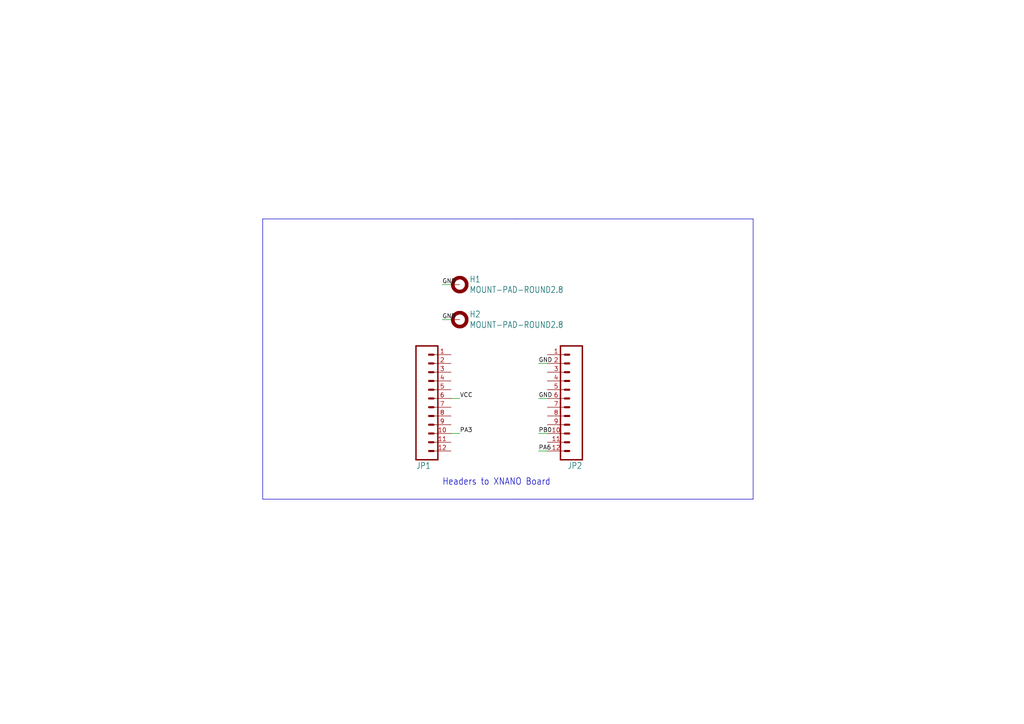
<source format=kicad_sch>
(kicad_sch (version 20230121) (generator eeschema)
  (paper "A4")
  (lib_symbols
    (symbol "ATtiny104XNANOaddon-eagle-import:M12NO_SILK"
      (property "Reference" "JP" (at 0 16.002 0))
      (symbol "M12NO_SILK_1_0"
        (polyline (pts (xy 0 15.24) (xy 0 -17.78)) (stroke (width 0.4064)))
        (polyline (pts (xy 0 15.24) (xy 6.35 15.24)) (stroke (width 0.4064)))
        (polyline (pts (xy 3.81 -15.24) (xy 5.08 -15.24)) (stroke (width 0.6096)))
        (polyline (pts (xy 3.81 -12.7) (xy 5.08 -12.7)) (stroke (width 0.6096)))
        (polyline (pts (xy 3.81 -10.16) (xy 5.08 -10.16)) (stroke (width 0.6096)))
        (polyline (pts (xy 3.81 -7.62) (xy 5.08 -7.62)) (stroke (width 0.6096)))
        (polyline (pts (xy 3.81 -5.08) (xy 5.08 -5.08)) (stroke (width 0.6096)))
        (polyline (pts (xy 3.81 -2.54) (xy 5.08 -2.54)) (stroke (width 0.6096)))
        (polyline (pts (xy 3.81 0) (xy 5.08 0)) (stroke (width 0.6096)))
        (polyline (pts (xy 3.81 2.54) (xy 5.08 2.54)) (stroke (width 0.6096)))
        (polyline (pts (xy 3.81 5.08) (xy 5.08 5.08)) (stroke (width 0.6096)))
        (polyline (pts (xy 3.81 7.62) (xy 5.08 7.62)) (stroke (width 0.6096)))
        (polyline (pts (xy 3.81 10.16) (xy 5.08 10.16)) (stroke (width 0.6096)))
        (polyline (pts (xy 3.81 12.7) (xy 5.08 12.7)) (stroke (width 0.6096)))
        (polyline (pts (xy 6.35 -17.78) (xy 0 -17.78)) (stroke (width 0.4064)))
        (polyline (pts (xy 6.35 -17.78) (xy 6.35 15.24)) (stroke (width 0.4064)))
        (pin passive line (at 10.16 -15.24 180) (length 5.08) (name "1") (number "1"))
        (pin passive line (at 10.16 7.62 180) (length 5.08) (name "10") (number "10"))
        (pin passive line (at 10.16 10.16 180) (length 5.08) (name "11") (number "11"))
        (pin passive line (at 10.16 12.7 180) (length 5.08) (name "12") (number "12"))
        (pin passive line (at 10.16 -12.7 180) (length 5.08) (name "2") (number "2"))
        (pin passive line (at 10.16 -10.16 180) (length 5.08) (name "3") (number "3"))
        (pin passive line (at 10.16 -7.62 180) (length 5.08) (name "4") (number "4"))
        (pin passive line (at 10.16 -5.08 180) (length 5.08) (name "5") (number "5"))
        (pin passive line (at 10.16 -2.54 180) (length 5.08) (name "6") (number "6"))
        (pin passive line (at 10.16 0 180) (length 5.08) (name "7") (number "7"))
        (pin passive line (at 10.16 2.54 180) (length 5.08) (name "8") (number "8"))
        (pin passive line (at 10.16 5.08 180) (length 5.08) (name "9") (number "9"))
      )
    )
    (symbol "ATtiny104XNANOaddon-eagle-import:MOUNT-PAD-ROUND2.8"
      (property "Reference" "H" (at 2.794 0.5842 0))
      (symbol "MOUNT-PAD-ROUND2.8_1_0"
        (arc (start -2.032 -0.254) (mid -1.448 -1.448) (end -0.254 -2.032) (stroke (width 1.016)))
        (arc (start -0.254 2.032) (mid -1.448 1.448) (end -2.032 0.254) (stroke (width 1.016)))
        (circle (center 0 0) (radius 1.524) (stroke (width 0.0508)))
        (arc (start 0.254 -2.032) (mid 1.448 -1.448) (end 2.032 -0.254) (stroke (width 1.016)))
        (arc (start 2.032 0.254) (mid 1.448 1.448) (end 0.254 2.032) (stroke (width 1.016)))
        (pin passive line (at -2.54 0 0) (length 2.54) (name "MOUNT") (number "B2,8"))
      )
    )
  )
  (wire (pts (xy 158.75 125.73) (xy 156.21 125.73)) (stroke (width 0.1524)))
  (wire (pts (xy 130.81 115.57) (xy 133.35 115.57)) (stroke (width 0.1524)))
  (polyline (pts (xy 76.2 63.5) (xy 149.86 63.5)) (stroke (width 0.1524) (type solid)))
  (wire (pts (xy 130.81 82.55) (xy 128.27 82.55)) (stroke (width 0.1524)))
  (wire (pts (xy 130.81 92.71) (xy 128.27 92.71)) (stroke (width 0.1524)))
  (wire (pts (xy 130.81 125.73) (xy 133.35 125.73)) (stroke (width 0.1524)))
  (polyline (pts (xy 149.86 63.5) (xy 218.44 63.5)) (stroke (width 0.1524) (type solid)))
  (wire (pts (xy 158.75 105.41) (xy 156.21 105.41)) (stroke (width 0.1524)))
  (wire (pts (xy 158.75 115.57) (xy 156.21 115.57)) (stroke (width 0.1524)))
  (polyline (pts (xy 76.2 144.78) (xy 76.2 63.5)) (stroke (width 0.1524) (type solid)))
  (wire (pts (xy 158.75 130.81) (xy 156.21 130.81)) (stroke (width 0.1524)))
  (polyline (pts (xy 149.86 144.78) (xy 76.2 144.78)) (stroke (width 0.1524) (type solid)))
  (polyline (pts (xy 218.44 63.5) (xy 218.44 144.78)) (stroke (width 0.1524) (type solid)))
  (polyline (pts (xy 218.44 144.78) (xy 149.86 144.78)) (stroke (width 0.1524) (type solid)))
  (text "Headers to XNANO Board" (at 128.27 140.97 0) (effects (font (size 1.9304 1.6408)) (justify left bottom)))
  (label "PA3" (at 133.35 125.73 0) (effects (font (size 1.2446 1.2446))))
  (label "GND" (at 156.21 105.41 0) (effects (font (size 1.2446 1.2446))))
  (label "VCC" (at 133.35 115.57 0) (effects (font (size 1.2446 1.2446))))
  (label "PA6" (at 156.21 130.81 0) (effects (font (size 1.2446 1.2446))))
  (label "PB0" (at 156.21 125.73 0) (effects (font (size 1.2446 1.2446))))
  (label "GND" (at 156.21 115.57 0) (effects (font (size 1.2446 1.2446))))
  (label "GND" (at 128.27 92.71 0) (effects (font (size 1.2446 1.2446))))
  (label "GND" (at 128.27 82.55 0) (effects (font (size 1.2446 1.2446))))
  (symbol (lib_id "ATtiny104XNANOaddon-eagle-import:M12NO_SILK") (at 120.65 118.11 0) (mirror x) (unit 1)
    (property "Reference" "JP1" (at 120.65 134.112 0) (effects (font (size 1.778 1.5113)) (justify left bottom)))
    (property "Value" "M12NO_SILK" (effects hide))
    (property "Footprint" "ATtiny104XNANOaddon:1X12_NO_SILK" (effects hide))
  )
  (symbol (lib_id "ATtiny104XNANOaddon-eagle-import:MOUNT-PAD-ROUND2.8") (at 133.35 82.55 0) (unit 1)
    (property "Reference" "H1" (at 136.144 81.9658 0) (effects (font (size 1.778 1.5113)) (justify left bottom)))
    (property "Value" "MOUNT-PAD-ROUND2.8" (at 136.144 85.0138 0) (effects (font (size 1.778 1.5113)) (justify left bottom)))
    (property "Footprint" "ATtiny104XNANOaddon:2,8-PAD" (effects hide))
  )
  (symbol (lib_id "ATtiny104XNANOaddon-eagle-import:M12NO_SILK") (at 168.91 118.11 180) (unit 1)
    (property "Reference" "JP2" (at 168.91 134.112 0) (effects (font (size 1.778 1.5113)) (justify left bottom)))
    (property "Value" "M12NO_SILK" (effects hide))
    (property "Footprint" "ATtiny104XNANOaddon:1X12_NO_SILK" (effects hide))
  )
  (symbol (lib_id "ATtiny104XNANOaddon-eagle-import:MOUNT-PAD-ROUND2.8") (at 133.35 92.71 0) (unit 1)
    (property "Reference" "H2" (at 136.144 92.1258 0) (effects (font (size 1.778 1.5113)) (justify left bottom)))
    (property "Value" "MOUNT-PAD-ROUND2.8" (at 136.144 95.1738 0) (effects (font (size 1.778 1.5113)) (justify left bottom)))
    (property "Footprint" "ATtiny104XNANOaddon:2,8-PAD" (effects hide))
  )
)
</source>
